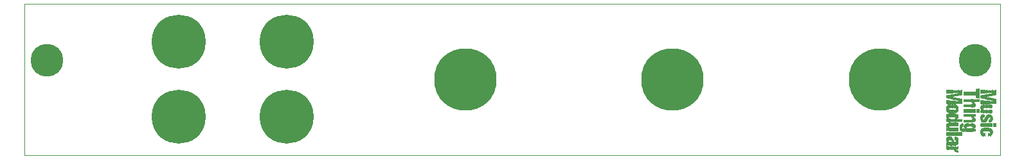
<source format=gts>
G75*
%MOIN*%
%OFA0B0*%
%FSLAX24Y24*%
%IPPOS*%
%LPD*%
%AMOC8*
5,1,8,0,0,1.08239X$1,22.5*
%
%ADD10C,0.0000*%
%ADD11R,0.0010X0.0140*%
%ADD12R,0.0010X0.0010*%
%ADD13R,0.0010X0.0070*%
%ADD14R,0.0010X0.0030*%
%ADD15R,0.0010X0.0210*%
%ADD16R,0.0010X0.0120*%
%ADD17R,0.0010X0.0130*%
%ADD18R,0.0010X0.0170*%
%ADD19R,0.0010X0.0150*%
%ADD20R,0.0010X0.0180*%
%ADD21R,0.0010X0.0260*%
%ADD22R,0.0010X0.0190*%
%ADD23R,0.0010X0.0160*%
%ADD24R,0.0010X0.0290*%
%ADD25R,0.0010X0.0310*%
%ADD26R,0.0010X0.0220*%
%ADD27R,0.0010X0.0230*%
%ADD28R,0.0010X0.0330*%
%ADD29R,0.0010X0.0240*%
%ADD30R,0.0010X0.0250*%
%ADD31R,0.0010X0.0340*%
%ADD32R,0.0010X0.0270*%
%ADD33R,0.0010X0.0350*%
%ADD34R,0.0010X0.0450*%
%ADD35R,0.0010X0.0370*%
%ADD36R,0.0010X0.0420*%
%ADD37R,0.0010X0.0430*%
%ADD38R,0.0010X0.0460*%
%ADD39R,0.0010X0.0390*%
%ADD40R,0.0010X0.0400*%
%ADD41R,0.0010X0.0440*%
%ADD42R,0.0010X0.0200*%
%ADD43R,0.0010X0.0110*%
%ADD44R,0.0010X0.0020*%
%ADD45R,0.0010X0.0300*%
%ADD46R,0.0010X0.0410*%
%ADD47R,0.0010X0.0380*%
%ADD48R,0.0010X0.0320*%
%ADD49R,0.0010X0.0360*%
%ADD50R,0.0010X0.0100*%
%ADD51R,0.0010X0.0280*%
%ADD52R,0.0010X0.0090*%
%ADD53R,0.0010X0.0060*%
%ADD54R,0.0010X0.0050*%
%ADD55R,0.0160X0.0010*%
%ADD56R,0.0010X0.0490*%
%ADD57R,0.0010X0.0500*%
%ADD58C,0.1700*%
%ADD59C,0.3235*%
%ADD60C,0.2802*%
D10*
X004060Y005430D02*
X004060Y013304D01*
X054651Y013304D01*
X054651Y005430D01*
X004060Y005430D01*
D11*
X051900Y007445D03*
X051890Y007835D03*
X052310Y008365D03*
X052320Y008365D03*
X052330Y008365D03*
X052350Y008365D03*
X052370Y008355D03*
X052380Y008355D03*
X052390Y008355D03*
X052420Y008345D03*
X052430Y008345D03*
X052450Y008345D03*
X052470Y008335D03*
X052480Y008335D03*
X052490Y008335D03*
X052430Y008565D03*
X052420Y008565D03*
X052410Y008565D03*
X052400Y008565D03*
X052370Y008555D03*
X052360Y008555D03*
X052350Y008555D03*
X052340Y008555D03*
X052310Y008545D03*
X052300Y008545D03*
X052290Y008545D03*
X052440Y008575D03*
X052450Y008575D03*
X052460Y008575D03*
X052470Y008575D03*
X054030Y008535D03*
X054050Y008545D03*
X054070Y008545D03*
X054080Y008545D03*
X054110Y008555D03*
X054120Y008555D03*
X054130Y008555D03*
X054150Y008555D03*
X054170Y008565D03*
X054180Y008565D03*
X054190Y008565D03*
X054200Y008565D03*
X054220Y008575D03*
X054230Y008575D03*
X054250Y008575D03*
X054210Y008345D03*
X054200Y008345D03*
X054190Y008345D03*
X054160Y008355D03*
X054150Y008355D03*
X054130Y008355D03*
X054110Y008365D03*
X054090Y008365D03*
X054080Y008365D03*
X054230Y008335D03*
X054250Y008335D03*
X054260Y008335D03*
X054140Y007215D03*
X054130Y007215D03*
X053380Y007265D03*
D12*
X053650Y007370D03*
X054100Y007280D03*
X054100Y007260D03*
X054100Y007240D03*
X054100Y007220D03*
X054100Y007200D03*
X054100Y007180D03*
X054100Y007160D03*
X054100Y007140D03*
X054280Y007280D03*
X054280Y007400D03*
X053660Y007900D03*
X053660Y007920D03*
X054470Y008130D03*
X054470Y008170D03*
X054470Y008210D03*
X054470Y008250D03*
X054470Y008290D03*
X054470Y008330D03*
X053590Y008330D03*
X053590Y008290D03*
X053590Y008250D03*
X053590Y008210D03*
X053590Y008410D03*
X053590Y008450D03*
X053590Y008490D03*
X053590Y008530D03*
X053590Y008570D03*
X053590Y008610D03*
X053590Y008650D03*
X053590Y008690D03*
X053590Y008730D03*
X053590Y008770D03*
X053590Y008810D03*
X053590Y008850D03*
X054470Y008810D03*
X054470Y008770D03*
X054470Y008730D03*
X054470Y008690D03*
X054470Y008650D03*
X054470Y008610D03*
X054470Y008570D03*
X052500Y007940D03*
X051900Y008100D03*
X051900Y008120D03*
X051900Y008140D03*
X051900Y008160D03*
X051900Y008180D03*
X051900Y008200D03*
X051900Y008220D03*
X051900Y008240D03*
X051900Y008260D03*
X051900Y008400D03*
X051900Y008420D03*
X051900Y008440D03*
X051900Y008460D03*
X051900Y008480D03*
X051900Y008500D03*
X051900Y008520D03*
X051900Y008660D03*
X051900Y008680D03*
X051900Y008700D03*
X051900Y008720D03*
X051900Y008740D03*
X051900Y008760D03*
X051900Y008780D03*
X051900Y008800D03*
X051890Y007490D03*
X051900Y007300D03*
X051900Y007280D03*
X051900Y007260D03*
X051900Y007240D03*
X051900Y007220D03*
X051900Y007200D03*
X051900Y007180D03*
X051900Y007160D03*
X051890Y007010D03*
X052500Y007000D03*
X052500Y006980D03*
X052500Y006960D03*
X052500Y007020D03*
X052500Y007040D03*
X052500Y007060D03*
X052500Y007080D03*
X052500Y007100D03*
X052580Y006900D03*
X052580Y006880D03*
X052580Y006860D03*
X052500Y006840D03*
X052500Y006820D03*
X052500Y006800D03*
X052500Y006780D03*
X052500Y006760D03*
X052500Y006740D03*
X052500Y006720D03*
X052500Y006700D03*
X052500Y006680D03*
X051900Y006680D03*
X051900Y006700D03*
X051900Y006720D03*
X051900Y006740D03*
X051900Y006760D03*
X051900Y006780D03*
X051900Y006800D03*
X051900Y006820D03*
X051900Y006600D03*
X051900Y006580D03*
X051900Y006560D03*
X051900Y006540D03*
X051900Y006520D03*
X051900Y006500D03*
X051900Y006480D03*
X051900Y006460D03*
X051900Y006440D03*
X051890Y006230D03*
X051890Y006210D03*
X052010Y006170D03*
X051900Y006080D03*
X051900Y006060D03*
X051900Y006040D03*
X051900Y006020D03*
X051900Y006000D03*
X051900Y005980D03*
X051900Y005960D03*
X051900Y005940D03*
X051900Y005920D03*
X051900Y005860D03*
X051900Y005840D03*
X051900Y005820D03*
X051900Y005800D03*
X051900Y005780D03*
X051900Y005760D03*
X051900Y005740D03*
X051900Y005720D03*
X052330Y005650D03*
X052330Y005630D03*
X052510Y005590D03*
X052500Y005720D03*
X052500Y005740D03*
X052500Y005760D03*
X052500Y005780D03*
X052500Y005800D03*
X052500Y005820D03*
X052500Y005840D03*
X052500Y005860D03*
X052400Y006160D03*
X052320Y006220D03*
X052320Y006240D03*
X052320Y006260D03*
X052320Y006280D03*
X052320Y006300D03*
X052320Y006320D03*
X052320Y006340D03*
X052320Y006360D03*
X052320Y006380D03*
X053650Y006570D03*
X053660Y006560D03*
X053650Y006590D03*
X053650Y006650D03*
X052370Y007370D03*
D13*
X052510Y007440D03*
X051890Y007440D03*
X052810Y006940D03*
D14*
X051890Y006980D03*
X053650Y006620D03*
X051890Y006260D03*
X053650Y007340D03*
X053450Y007680D03*
X053450Y007720D03*
X053450Y007760D03*
X053450Y007800D03*
D15*
X053350Y008040D03*
X053820Y008460D03*
X053830Y008460D03*
X053840Y008460D03*
X052080Y008460D03*
X052060Y008460D03*
X051900Y007840D03*
X052460Y007440D03*
X053350Y007270D03*
X053670Y007350D03*
X054060Y007440D03*
X054270Y007340D03*
X053350Y006930D03*
X052850Y006930D03*
X052690Y006770D03*
X051930Y006970D03*
X052010Y006290D03*
X051920Y006240D03*
X052020Y006040D03*
X052030Y006030D03*
X052280Y006040D03*
X052290Y006030D03*
X052400Y006040D03*
X052180Y006240D03*
X052330Y005770D03*
D16*
X052440Y005635D03*
X052450Y005635D03*
X051900Y006975D03*
X052200Y008385D03*
X052220Y008385D03*
X052230Y008385D03*
X052280Y008375D03*
X052240Y008535D03*
X052220Y008535D03*
X052200Y008525D03*
X053960Y008525D03*
X053970Y008525D03*
X053980Y008525D03*
X054000Y008535D03*
X054020Y008535D03*
X053990Y008385D03*
X053980Y008385D03*
X054040Y008375D03*
X054060Y008375D03*
D17*
X054070Y008370D03*
X054050Y008370D03*
X054030Y008380D03*
X054020Y008380D03*
X054010Y008380D03*
X054000Y008380D03*
X053970Y008390D03*
X054100Y008360D03*
X054120Y008360D03*
X054140Y008360D03*
X054170Y008350D03*
X054180Y008350D03*
X054220Y008340D03*
X054240Y008340D03*
X054270Y008330D03*
X054280Y008330D03*
X054010Y008530D03*
X053990Y008530D03*
X054040Y008540D03*
X054060Y008540D03*
X054090Y008550D03*
X054100Y008550D03*
X054140Y008560D03*
X054160Y008560D03*
X054210Y008570D03*
X054240Y008580D03*
X054260Y008580D03*
X053380Y008040D03*
X053670Y007910D03*
X052510Y008330D03*
X052500Y008330D03*
X052460Y008340D03*
X052440Y008340D03*
X052410Y008350D03*
X052400Y008350D03*
X052360Y008360D03*
X052340Y008360D03*
X052300Y008370D03*
X052290Y008370D03*
X052270Y008370D03*
X052260Y008380D03*
X052250Y008380D03*
X052240Y008380D03*
X052210Y008390D03*
X052190Y008390D03*
X052180Y008520D03*
X052190Y008530D03*
X052210Y008530D03*
X052230Y008530D03*
X052250Y008530D03*
X052260Y008540D03*
X052270Y008540D03*
X052280Y008540D03*
X052320Y008550D03*
X052330Y008550D03*
X052380Y008560D03*
X052480Y008580D03*
X052500Y008580D03*
X052500Y007440D03*
X052820Y006940D03*
X053380Y006940D03*
X054280Y006620D03*
X051900Y006240D03*
X052420Y005640D03*
X052430Y005640D03*
D18*
X052300Y005780D03*
X052290Y005780D03*
X052280Y005780D03*
X052250Y005790D03*
X052190Y005790D03*
X052170Y005790D03*
X052110Y005790D03*
X052090Y005790D03*
X052030Y005790D03*
X052010Y005790D03*
X051950Y005790D03*
X051930Y005790D03*
X051920Y006000D03*
X051910Y006000D03*
X052080Y006020D03*
X052100Y006020D03*
X052120Y006020D03*
X052140Y006020D03*
X052160Y006020D03*
X052180Y006020D03*
X052320Y006020D03*
X052340Y006020D03*
X052350Y006020D03*
X052360Y006020D03*
X052510Y006150D03*
X052370Y006290D03*
X052340Y006300D03*
X052130Y006300D03*
X052120Y006300D03*
X052110Y006310D03*
X052090Y006310D03*
X052060Y006320D03*
X052050Y006310D03*
X052060Y006520D03*
X052070Y006520D03*
X052080Y006520D03*
X052090Y006520D03*
X052100Y006520D03*
X052110Y006520D03*
X052120Y006520D03*
X052140Y006520D03*
X052150Y006520D03*
X052160Y006520D03*
X052170Y006520D03*
X052180Y006520D03*
X052190Y006520D03*
X052200Y006520D03*
X052220Y006520D03*
X052230Y006520D03*
X052240Y006520D03*
X052250Y006520D03*
X052260Y006520D03*
X052270Y006520D03*
X052280Y006520D03*
X052300Y006520D03*
X052310Y006520D03*
X052320Y006520D03*
X052330Y006520D03*
X052340Y006520D03*
X052350Y006520D03*
X052360Y006520D03*
X052380Y006520D03*
X052390Y006520D03*
X052400Y006520D03*
X052410Y006520D03*
X052420Y006520D03*
X052430Y006520D03*
X052440Y006520D03*
X052460Y006520D03*
X052470Y006520D03*
X052480Y006520D03*
X052490Y006520D03*
X052500Y006520D03*
X052510Y006520D03*
X052520Y006520D03*
X052540Y006520D03*
X052550Y006520D03*
X052560Y006520D03*
X052570Y006520D03*
X052580Y006520D03*
X052590Y006520D03*
X052600Y006520D03*
X052620Y006520D03*
X052630Y006520D03*
X052640Y006520D03*
X052650Y006520D03*
X052660Y006520D03*
X052670Y006520D03*
X052680Y006520D03*
X052700Y006520D03*
X052750Y006730D03*
X052770Y006730D03*
X052790Y006730D03*
X052850Y006730D03*
X052970Y006730D03*
X052980Y006730D03*
X052990Y006730D03*
X053000Y006730D03*
X053010Y006730D03*
X053030Y006730D03*
X053050Y006730D03*
X053070Y006730D03*
X053090Y006730D03*
X053110Y006730D03*
X053130Y006730D03*
X053150Y006730D03*
X053170Y006730D03*
X053190Y006730D03*
X053200Y006730D03*
X053210Y006730D03*
X053220Y006730D03*
X053230Y006730D03*
X053370Y006930D03*
X053220Y007000D03*
X053210Y007000D03*
X053200Y007000D03*
X053040Y007000D03*
X053030Y007000D03*
X053020Y007000D03*
X053010Y007000D03*
X053000Y007000D03*
X052990Y007000D03*
X052980Y007000D03*
X052830Y006930D03*
X052720Y007000D03*
X052710Y007000D03*
X052490Y007030D03*
X052470Y007030D03*
X052450Y007030D03*
X052430Y007030D03*
X052410Y007030D03*
X052390Y007030D03*
X052370Y007030D03*
X052350Y007030D03*
X052330Y007030D03*
X052310Y007030D03*
X052290Y007030D03*
X052270Y007030D03*
X052250Y007030D03*
X052230Y007030D03*
X052210Y007030D03*
X052190Y007030D03*
X052170Y007030D03*
X052150Y007030D03*
X052130Y007030D03*
X052110Y007030D03*
X052090Y007030D03*
X052070Y007030D03*
X052050Y007030D03*
X052040Y007020D03*
X051910Y006970D03*
X052060Y006760D03*
X052080Y006760D03*
X052090Y006760D03*
X052100Y006760D03*
X052110Y006760D03*
X052120Y006760D03*
X052130Y006760D03*
X052140Y006760D03*
X052150Y006760D03*
X052160Y006760D03*
X052170Y006760D03*
X052180Y006760D03*
X052190Y006760D03*
X052200Y006760D03*
X052210Y006760D03*
X052220Y006760D03*
X052230Y006760D03*
X052240Y006760D03*
X052250Y006760D03*
X052260Y006760D03*
X052270Y006760D03*
X052280Y006760D03*
X052290Y006760D03*
X052300Y006760D03*
X052310Y006760D03*
X052320Y006760D03*
X052330Y006760D03*
X052340Y006760D03*
X052350Y006760D03*
X052360Y006760D03*
X052370Y006760D03*
X052380Y006760D03*
X052390Y006760D03*
X052400Y006760D03*
X052410Y006760D03*
X052420Y006760D03*
X052430Y006760D03*
X052440Y006760D03*
X052450Y006760D03*
X052460Y006760D03*
X052470Y006760D03*
X052480Y006760D03*
X052490Y006760D03*
X052700Y006740D03*
X052710Y006740D03*
X052040Y006520D03*
X052030Y006520D03*
X052020Y006520D03*
X052010Y006520D03*
X052000Y006520D03*
X051990Y006520D03*
X051980Y006520D03*
X051960Y006520D03*
X051950Y006520D03*
X051940Y006520D03*
X051930Y006520D03*
X051920Y006520D03*
X051910Y006520D03*
X053680Y007000D03*
X053690Y007000D03*
X053700Y007000D03*
X053710Y007000D03*
X053720Y007000D03*
X053740Y007000D03*
X053750Y007000D03*
X053760Y007000D03*
X053770Y007000D03*
X053780Y007000D03*
X053790Y007000D03*
X053800Y007000D03*
X053820Y007000D03*
X053830Y007000D03*
X053840Y007000D03*
X053850Y007000D03*
X053860Y007000D03*
X053870Y007000D03*
X053880Y007000D03*
X053900Y007000D03*
X053910Y007000D03*
X053920Y007000D03*
X053930Y007000D03*
X053940Y007000D03*
X053950Y007000D03*
X053960Y007000D03*
X053980Y007000D03*
X053990Y007000D03*
X054000Y007000D03*
X054010Y007000D03*
X054020Y007000D03*
X054030Y007000D03*
X054040Y007000D03*
X054060Y007000D03*
X054070Y007000D03*
X054080Y007000D03*
X054090Y007000D03*
X054100Y007000D03*
X054110Y007000D03*
X054120Y007000D03*
X054140Y007000D03*
X054150Y007000D03*
X054160Y007000D03*
X054170Y007000D03*
X054180Y007000D03*
X054190Y007000D03*
X054200Y007000D03*
X054220Y007000D03*
X054230Y007000D03*
X054240Y007000D03*
X054250Y007000D03*
X054260Y007000D03*
X054270Y007000D03*
X054340Y007000D03*
X054350Y007000D03*
X054360Y007000D03*
X054380Y007000D03*
X054390Y007000D03*
X054400Y007000D03*
X054410Y007000D03*
X054420Y007000D03*
X054430Y007000D03*
X054440Y007000D03*
X054460Y007000D03*
X054470Y007000D03*
X054150Y006740D03*
X054140Y006740D03*
X054110Y006750D03*
X054090Y006750D03*
X054080Y006760D03*
X054070Y006760D03*
X054060Y006760D03*
X054050Y006760D03*
X054040Y006760D03*
X054030Y006760D03*
X054020Y006760D03*
X054010Y006760D03*
X054000Y006760D03*
X053990Y006760D03*
X053980Y006760D03*
X053970Y006760D03*
X053960Y006760D03*
X053950Y006760D03*
X053940Y006760D03*
X053930Y006760D03*
X053920Y006760D03*
X053910Y006760D03*
X053900Y006760D03*
X053890Y006760D03*
X053880Y006760D03*
X053860Y006760D03*
X053850Y006750D03*
X053830Y006750D03*
X053790Y006740D03*
X053780Y006740D03*
X053780Y006500D03*
X053790Y006500D03*
X053810Y006490D03*
X053830Y006490D03*
X053890Y006490D03*
X054050Y006490D03*
X054070Y006490D03*
X054150Y006500D03*
X054170Y007230D03*
X054180Y007240D03*
X054170Y007450D03*
X054110Y007470D03*
X054090Y007470D03*
X054080Y007460D03*
X053790Y007470D03*
X053770Y007230D03*
X053370Y007270D03*
X053240Y007220D03*
X053230Y007220D03*
X053220Y007220D03*
X053220Y007480D03*
X053210Y007480D03*
X053200Y007480D03*
X053190Y007480D03*
X052490Y007450D03*
X052340Y007500D03*
X052320Y007500D03*
X052290Y007510D03*
X052280Y007510D03*
X052270Y007510D03*
X052250Y007510D03*
X052240Y007510D03*
X052230Y007510D03*
X052220Y007510D03*
X052210Y007510D03*
X052190Y007510D03*
X052170Y007510D03*
X052160Y007510D03*
X052150Y007510D03*
X052140Y007510D03*
X052130Y007510D03*
X052120Y007510D03*
X052110Y007510D03*
X052100Y007510D03*
X052090Y007510D03*
X051910Y007450D03*
X052060Y007240D03*
X052070Y007240D03*
X052080Y007240D03*
X052090Y007240D03*
X052320Y007240D03*
X052330Y007240D03*
X052340Y007240D03*
X052310Y007700D03*
X052300Y007700D03*
X052290Y007700D03*
X052280Y007700D03*
X052270Y007700D03*
X052260Y007700D03*
X052250Y007700D03*
X052240Y007700D03*
X052230Y007700D03*
X052220Y007700D03*
X052210Y007700D03*
X052200Y007700D03*
X052190Y007700D03*
X052180Y007700D03*
X052170Y007700D03*
X052160Y007700D03*
X052150Y007700D03*
X052140Y007700D03*
X052130Y007700D03*
X052120Y007700D03*
X052110Y007700D03*
X052100Y007700D03*
X052050Y007710D03*
X052020Y007720D03*
X052010Y007950D03*
X052020Y007960D03*
X052030Y007960D03*
X052050Y007970D03*
X052070Y007970D03*
X052090Y007970D03*
X052110Y007970D03*
X052150Y007980D03*
X052160Y007980D03*
X052180Y007980D03*
X052190Y007980D03*
X052200Y007980D03*
X052210Y007980D03*
X052220Y007980D03*
X052230Y007980D03*
X052240Y007980D03*
X052290Y007970D03*
X052310Y007970D03*
X052330Y007970D03*
X052370Y007960D03*
X052380Y007960D03*
X052360Y008180D03*
X052350Y008180D03*
X052340Y008180D03*
X052320Y008180D03*
X052310Y008180D03*
X052300Y008180D03*
X052290Y008180D03*
X052280Y008180D03*
X052270Y008180D03*
X052260Y008180D03*
X052240Y008180D03*
X052230Y008180D03*
X052220Y008180D03*
X052210Y008180D03*
X052200Y008180D03*
X052190Y008180D03*
X052180Y008180D03*
X052160Y008180D03*
X052150Y008180D03*
X052140Y008180D03*
X052130Y008180D03*
X052120Y008180D03*
X052110Y008180D03*
X052100Y008180D03*
X052080Y008180D03*
X052070Y008180D03*
X052060Y008180D03*
X052050Y008180D03*
X052040Y008180D03*
X052020Y008180D03*
X052010Y008190D03*
X052000Y008180D03*
X051990Y008180D03*
X051980Y008180D03*
X051970Y008180D03*
X051960Y008180D03*
X051940Y008180D03*
X051930Y008190D03*
X051920Y008180D03*
X051950Y008460D03*
X051960Y008460D03*
X051980Y008460D03*
X051980Y008730D03*
X051990Y008730D03*
X052000Y008730D03*
X052010Y008730D03*
X052020Y008730D03*
X052030Y008730D03*
X052040Y008730D03*
X052050Y008730D03*
X052070Y008730D03*
X052090Y008730D03*
X052110Y008730D03*
X052130Y008730D03*
X052150Y008730D03*
X052210Y008730D03*
X052230Y008730D03*
X051970Y008730D03*
X051960Y008730D03*
X051950Y008730D03*
X051940Y008730D03*
X051930Y008730D03*
X051920Y008730D03*
X051910Y008730D03*
X053190Y008250D03*
X053210Y008250D03*
X053230Y008250D03*
X053680Y008180D03*
X053690Y008190D03*
X053700Y008180D03*
X053720Y008180D03*
X053730Y008180D03*
X053740Y008180D03*
X053750Y008180D03*
X053760Y008180D03*
X053770Y008190D03*
X053780Y008180D03*
X053800Y008180D03*
X053810Y008180D03*
X053820Y008180D03*
X053830Y008180D03*
X053840Y008180D03*
X053860Y008180D03*
X053870Y008180D03*
X053880Y008180D03*
X053890Y008180D03*
X053900Y008180D03*
X053910Y008180D03*
X053920Y008180D03*
X053940Y008180D03*
X053950Y008180D03*
X053960Y008180D03*
X053970Y008180D03*
X053980Y008180D03*
X053990Y008180D03*
X054000Y008180D03*
X054020Y008180D03*
X054030Y008180D03*
X054040Y008180D03*
X054050Y008180D03*
X054060Y008180D03*
X054070Y008180D03*
X054080Y008180D03*
X054100Y008180D03*
X054110Y008180D03*
X054120Y008180D03*
X054130Y007970D03*
X054150Y007970D03*
X054210Y007970D03*
X054230Y007970D03*
X054070Y007970D03*
X054050Y007970D03*
X053990Y007970D03*
X053970Y007970D03*
X053910Y007970D03*
X053890Y007970D03*
X053830Y007970D03*
X053820Y007960D03*
X053810Y007960D03*
X053800Y007960D03*
X053820Y007700D03*
X053840Y007700D03*
X053890Y007690D03*
X053910Y007690D03*
X053970Y007690D03*
X053990Y007690D03*
X054050Y007690D03*
X054070Y007690D03*
X054130Y007690D03*
X054150Y007690D03*
X054210Y007690D03*
X054230Y007690D03*
X053590Y007740D03*
X053580Y007740D03*
X053570Y007740D03*
X053560Y007740D03*
X053550Y007740D03*
X053540Y007740D03*
X053520Y007740D03*
X053510Y007740D03*
X053500Y007740D03*
X053490Y007740D03*
X053480Y007740D03*
X053470Y007740D03*
X053460Y007740D03*
X053380Y007740D03*
X053360Y007740D03*
X053350Y007740D03*
X053340Y007740D03*
X053330Y007740D03*
X053320Y007740D03*
X053310Y007740D03*
X053300Y007740D03*
X053280Y007740D03*
X053270Y007740D03*
X053260Y007740D03*
X053250Y007740D03*
X053240Y007740D03*
X053230Y007740D03*
X053220Y007740D03*
X053200Y007740D03*
X053190Y007740D03*
X053180Y007740D03*
X053170Y007740D03*
X053160Y007740D03*
X053150Y007740D03*
X053140Y007740D03*
X053120Y007740D03*
X053110Y007740D03*
X053100Y007740D03*
X053090Y007740D03*
X053080Y007740D03*
X053070Y007740D03*
X053060Y007740D03*
X053040Y007740D03*
X053030Y007740D03*
X053020Y007740D03*
X053010Y007740D03*
X053000Y007740D03*
X052990Y007740D03*
X052980Y007740D03*
X052960Y007740D03*
X052950Y007740D03*
X052940Y007740D03*
X052930Y007740D03*
X052920Y007740D03*
X052910Y007740D03*
X052900Y007740D03*
X052880Y007740D03*
X052870Y007740D03*
X052860Y007740D03*
X052850Y007740D03*
X052840Y007740D03*
X052830Y007740D03*
X052820Y007740D03*
X052800Y007740D03*
X052790Y007740D03*
X052380Y007720D03*
X052350Y007710D03*
X053210Y007990D03*
X053230Y007990D03*
X053250Y007990D03*
X053720Y008460D03*
X053740Y008460D03*
X053740Y008730D03*
X053750Y008730D03*
X053760Y008730D03*
X053770Y008730D03*
X053780Y008730D03*
X053790Y008730D03*
X053800Y008730D03*
X053810Y008730D03*
X053830Y008730D03*
X053850Y008730D03*
X053870Y008730D03*
X053890Y008730D03*
X053910Y008730D03*
X053970Y008730D03*
X053990Y008730D03*
X053730Y008730D03*
X053720Y008730D03*
X053710Y008730D03*
X053700Y008730D03*
X053690Y008730D03*
X053680Y008730D03*
X053670Y008730D03*
D19*
X054250Y008740D03*
X053710Y008460D03*
X053700Y008460D03*
X053690Y008460D03*
X053680Y008460D03*
X053670Y008460D03*
X054090Y008180D03*
X054170Y008180D03*
X054250Y008180D03*
X053680Y007910D03*
X053680Y007690D03*
X053690Y007690D03*
X053700Y007690D03*
X053710Y007690D03*
X053720Y007690D03*
X053740Y007690D03*
X053810Y007480D03*
X053820Y007480D03*
X053830Y007480D03*
X053840Y007480D03*
X053850Y007480D03*
X053800Y007470D03*
X053780Y007220D03*
X053800Y007210D03*
X053810Y007210D03*
X053820Y007210D03*
X053830Y007210D03*
X053840Y007210D03*
X054110Y007210D03*
X054120Y007210D03*
X054150Y007220D03*
X054160Y007220D03*
X054150Y007470D03*
X054140Y007470D03*
X054130Y007470D03*
X054120Y007470D03*
X053380Y007490D03*
X053370Y007490D03*
X053360Y007490D03*
X053340Y007490D03*
X053320Y007490D03*
X052510Y007840D03*
X052360Y007710D03*
X052040Y007710D03*
X052060Y007970D03*
X052330Y008180D03*
X052410Y008180D03*
X052490Y008180D03*
X051940Y008460D03*
X051930Y008460D03*
X051920Y008460D03*
X051910Y008460D03*
X052390Y008560D03*
X052490Y008580D03*
X052490Y008740D03*
X051960Y007230D03*
X051950Y007230D03*
X051940Y007230D03*
X051930Y007230D03*
X051920Y007230D03*
X051910Y007230D03*
X051910Y006750D03*
X051920Y006750D03*
X051940Y006750D03*
X051960Y006750D03*
X052740Y006730D03*
X053330Y006720D03*
X053340Y006720D03*
X053350Y006720D03*
X053360Y006720D03*
X053370Y006720D03*
X053380Y006720D03*
X053840Y006490D03*
X054060Y006490D03*
X054080Y006490D03*
X054100Y006490D03*
X052100Y006310D03*
X052420Y005790D03*
X052440Y005790D03*
X052450Y005790D03*
X052460Y005790D03*
X052470Y005790D03*
X052480Y005790D03*
D20*
X052310Y005775D03*
X052270Y005785D03*
X052330Y006015D03*
X052370Y006015D03*
X052380Y006025D03*
X052390Y006025D03*
X052170Y006015D03*
X052150Y006015D03*
X052130Y006015D03*
X052110Y006015D03*
X052060Y006025D03*
X052150Y006285D03*
X052070Y006315D03*
X052040Y006315D03*
X052030Y006305D03*
X052380Y006285D03*
X052390Y006285D03*
X052070Y006765D03*
X052050Y006765D03*
X052700Y006995D03*
X052840Y006935D03*
X052940Y006985D03*
X052950Y006985D03*
X052960Y006995D03*
X052970Y006995D03*
X053230Y006995D03*
X053250Y006985D03*
X053240Y006735D03*
X052960Y006735D03*
X053870Y006755D03*
X054160Y006725D03*
X054160Y006515D03*
X053870Y007225D03*
X053770Y007455D03*
X054180Y007445D03*
X053830Y007695D03*
X053260Y007995D03*
X053670Y008185D03*
X053710Y008185D03*
X053790Y008185D03*
X053240Y008245D03*
X053730Y008455D03*
X053750Y008455D03*
X053760Y008455D03*
X053430Y008625D03*
X053420Y008625D03*
X053410Y008625D03*
X053400Y008625D03*
X053390Y008625D03*
X053380Y008625D03*
X053370Y008625D03*
X053360Y008625D03*
X053350Y008625D03*
X053340Y008625D03*
X053330Y008625D03*
X053320Y008625D03*
X053310Y008625D03*
X053300Y008625D03*
X053290Y008625D03*
X053280Y008625D03*
X053270Y008625D03*
X053260Y008625D03*
X053250Y008625D03*
X053240Y008625D03*
X053230Y008625D03*
X053220Y008625D03*
X053210Y008625D03*
X053200Y008625D03*
X053190Y008625D03*
X053180Y008625D03*
X053170Y008625D03*
X053160Y008625D03*
X053150Y008625D03*
X053140Y008625D03*
X053130Y008625D03*
X053120Y008625D03*
X053110Y008625D03*
X053100Y008625D03*
X053090Y008625D03*
X053080Y008625D03*
X053070Y008625D03*
X053060Y008625D03*
X053050Y008625D03*
X053040Y008625D03*
X053030Y008625D03*
X053020Y008625D03*
X053010Y008625D03*
X053000Y008625D03*
X052990Y008625D03*
X052980Y008625D03*
X052970Y008625D03*
X052960Y008625D03*
X052950Y008625D03*
X052940Y008625D03*
X052930Y008625D03*
X052920Y008625D03*
X052910Y008625D03*
X052900Y008625D03*
X052890Y008625D03*
X052880Y008625D03*
X052870Y008625D03*
X052860Y008625D03*
X052850Y008625D03*
X052840Y008625D03*
X052830Y008625D03*
X052820Y008625D03*
X052810Y008625D03*
X052800Y008625D03*
X052790Y008625D03*
X052000Y008455D03*
X051990Y008455D03*
X051970Y008455D03*
X051950Y008185D03*
X051910Y008185D03*
X052030Y008185D03*
X052390Y007945D03*
X052390Y007725D03*
X052370Y007715D03*
X052030Y007715D03*
X052010Y007725D03*
X052050Y007505D03*
X052060Y007505D03*
X052070Y007505D03*
X052080Y007505D03*
X052040Y007495D03*
X052040Y007245D03*
X052050Y007245D03*
X052350Y007245D03*
X052360Y007245D03*
X052480Y007445D03*
X052330Y007505D03*
X052310Y007505D03*
X052300Y007505D03*
X053230Y007475D03*
X053240Y007475D03*
X053250Y007475D03*
X053250Y007225D03*
D21*
X053920Y007275D03*
X052490Y007835D03*
X051910Y007835D03*
X052650Y008235D03*
X052680Y008225D03*
X052690Y008225D03*
X052700Y008225D03*
X052700Y008685D03*
X052690Y008685D03*
X052680Y008685D03*
X052660Y008685D03*
X053950Y008455D03*
X054410Y008235D03*
X054450Y008225D03*
X054460Y008225D03*
X054460Y008685D03*
X054450Y008685D03*
X054440Y008685D03*
X054420Y008685D03*
X053740Y007905D03*
X053730Y007905D03*
D22*
X053690Y007910D03*
X053800Y007710D03*
X053810Y007700D03*
X054070Y007450D03*
X053880Y007230D03*
X053360Y007270D03*
X053260Y007230D03*
X053260Y007470D03*
X052500Y007830D03*
X052350Y007500D03*
X052360Y007490D03*
X052020Y007490D03*
X051920Y007450D03*
X052030Y007020D03*
X051920Y006970D03*
X052040Y006770D03*
X052590Y006880D03*
X052690Y006980D03*
X052950Y006740D03*
X053250Y006740D03*
X053770Y006720D03*
X053770Y006520D03*
X052400Y006270D03*
X052160Y006270D03*
X052020Y006300D03*
X051910Y006240D03*
X052040Y006030D03*
X052050Y006020D03*
X052070Y006020D03*
X052090Y006020D03*
X052300Y006030D03*
X052310Y006020D03*
X052320Y005770D03*
X053360Y008040D03*
X053370Y008040D03*
X053250Y008240D03*
X053770Y008460D03*
X053780Y008460D03*
X052020Y008460D03*
X052010Y008460D03*
D23*
X052790Y008255D03*
X052800Y008255D03*
X052810Y008255D03*
X052820Y008255D03*
X052830Y008255D03*
X052840Y008255D03*
X052850Y008255D03*
X052860Y008255D03*
X052870Y008255D03*
X052880Y008255D03*
X052900Y008255D03*
X052910Y008255D03*
X052920Y008255D03*
X052930Y008255D03*
X052940Y008255D03*
X052950Y008255D03*
X052960Y008255D03*
X052970Y008255D03*
X052980Y008255D03*
X052990Y008255D03*
X053000Y008255D03*
X053010Y008255D03*
X053020Y008255D03*
X053030Y008255D03*
X053040Y008255D03*
X053050Y008255D03*
X053060Y008255D03*
X053070Y008255D03*
X053080Y008255D03*
X053090Y008255D03*
X053100Y008255D03*
X053110Y008255D03*
X053120Y008255D03*
X053130Y008255D03*
X053140Y008255D03*
X053150Y008255D03*
X053160Y008255D03*
X053170Y008255D03*
X053180Y008255D03*
X053200Y008255D03*
X053220Y008255D03*
X053330Y008255D03*
X053340Y008255D03*
X053350Y008255D03*
X053360Y008255D03*
X053370Y008255D03*
X053380Y008255D03*
X053390Y008255D03*
X053400Y008255D03*
X053410Y008255D03*
X053420Y008255D03*
X053430Y008255D03*
X053440Y008255D03*
X053450Y008255D03*
X053460Y008255D03*
X053470Y008255D03*
X053480Y008255D03*
X053490Y008255D03*
X053500Y008255D03*
X053510Y008255D03*
X053520Y008255D03*
X053530Y008255D03*
X053540Y008255D03*
X053550Y008255D03*
X053560Y008255D03*
X053570Y008255D03*
X053580Y008255D03*
X053850Y008185D03*
X053930Y008185D03*
X054010Y008185D03*
X054130Y008175D03*
X054140Y008175D03*
X054150Y008175D03*
X054160Y008175D03*
X054180Y008175D03*
X054190Y008175D03*
X054200Y008175D03*
X054210Y008175D03*
X054220Y008175D03*
X054230Y008175D03*
X054240Y008175D03*
X054260Y008175D03*
X054270Y008175D03*
X054280Y008175D03*
X054270Y007965D03*
X054260Y007965D03*
X054250Y007965D03*
X054240Y007965D03*
X054220Y007965D03*
X054200Y007965D03*
X054190Y007965D03*
X054180Y007965D03*
X054170Y007965D03*
X054160Y007965D03*
X054140Y007965D03*
X054120Y007965D03*
X054110Y007965D03*
X054100Y007965D03*
X054090Y007965D03*
X054080Y007965D03*
X054060Y007965D03*
X054040Y007965D03*
X054030Y007965D03*
X054020Y007965D03*
X054010Y007965D03*
X054000Y007965D03*
X053980Y007965D03*
X053960Y007965D03*
X053950Y007965D03*
X053940Y007965D03*
X053930Y007965D03*
X053920Y007965D03*
X053900Y007965D03*
X053880Y007965D03*
X053870Y007965D03*
X053860Y007965D03*
X053850Y007965D03*
X053840Y007965D03*
X053850Y007695D03*
X053860Y007695D03*
X053870Y007695D03*
X053880Y007695D03*
X053900Y007695D03*
X053920Y007695D03*
X053930Y007695D03*
X053940Y007695D03*
X053950Y007695D03*
X053960Y007695D03*
X053980Y007695D03*
X054000Y007695D03*
X054010Y007695D03*
X054020Y007695D03*
X054030Y007695D03*
X054040Y007695D03*
X054060Y007695D03*
X054080Y007695D03*
X054090Y007695D03*
X054100Y007695D03*
X054110Y007695D03*
X054120Y007695D03*
X054140Y007695D03*
X054160Y007695D03*
X054170Y007695D03*
X054180Y007695D03*
X054190Y007695D03*
X054200Y007695D03*
X054220Y007695D03*
X054240Y007695D03*
X054250Y007695D03*
X054260Y007695D03*
X054270Y007695D03*
X053730Y007685D03*
X053670Y007685D03*
X053530Y007745D03*
X053370Y007745D03*
X053290Y007745D03*
X053210Y007745D03*
X053130Y007745D03*
X053050Y007745D03*
X052970Y007745D03*
X052890Y007745D03*
X052810Y007745D03*
X052810Y007985D03*
X052820Y007985D03*
X052830Y007985D03*
X052840Y007985D03*
X052850Y007985D03*
X052860Y007985D03*
X052870Y007985D03*
X052880Y007985D03*
X052890Y007985D03*
X052900Y007985D03*
X052910Y007985D03*
X052920Y007985D03*
X052930Y007985D03*
X052940Y007985D03*
X052950Y007985D03*
X052960Y007985D03*
X052970Y007985D03*
X052980Y007985D03*
X052990Y007985D03*
X053000Y007985D03*
X053010Y007985D03*
X053020Y007985D03*
X053030Y007985D03*
X053040Y007985D03*
X053050Y007985D03*
X053060Y007985D03*
X053070Y007985D03*
X053080Y007985D03*
X053090Y007985D03*
X053100Y007985D03*
X053110Y007985D03*
X053120Y007985D03*
X053130Y007985D03*
X053140Y007985D03*
X053150Y007985D03*
X053160Y007985D03*
X053170Y007985D03*
X053180Y007985D03*
X053190Y007985D03*
X053200Y007985D03*
X053220Y007985D03*
X053240Y007985D03*
X052800Y007985D03*
X052790Y007985D03*
X052510Y008175D03*
X052500Y008175D03*
X052480Y008175D03*
X052470Y008175D03*
X052460Y008175D03*
X052450Y008175D03*
X052440Y008175D03*
X052430Y008175D03*
X052420Y008175D03*
X052400Y008175D03*
X052390Y008175D03*
X052380Y008175D03*
X052370Y008175D03*
X052250Y008185D03*
X052170Y008185D03*
X052090Y008185D03*
X052100Y007975D03*
X052120Y007975D03*
X052130Y007975D03*
X052140Y007975D03*
X052170Y007975D03*
X052250Y007975D03*
X052260Y007975D03*
X052270Y007975D03*
X052280Y007975D03*
X052300Y007975D03*
X052320Y007975D03*
X052340Y007965D03*
X052350Y007965D03*
X052360Y007965D03*
X052340Y007705D03*
X052330Y007705D03*
X052320Y007705D03*
X052090Y007705D03*
X052080Y007705D03*
X052070Y007705D03*
X052060Y007705D03*
X052040Y007965D03*
X052080Y007975D03*
X052180Y007515D03*
X052200Y007515D03*
X052260Y007515D03*
X052260Y007235D03*
X052270Y007235D03*
X052280Y007235D03*
X052290Y007235D03*
X052300Y007235D03*
X052310Y007235D03*
X052250Y007235D03*
X052240Y007235D03*
X052230Y007235D03*
X052220Y007235D03*
X052210Y007235D03*
X052200Y007235D03*
X052190Y007235D03*
X052180Y007235D03*
X052170Y007235D03*
X052160Y007235D03*
X052150Y007235D03*
X052140Y007235D03*
X052130Y007235D03*
X052120Y007235D03*
X052110Y007235D03*
X052100Y007235D03*
X052100Y007025D03*
X052120Y007025D03*
X052140Y007025D03*
X052160Y007025D03*
X052180Y007025D03*
X052200Y007025D03*
X052220Y007025D03*
X052240Y007025D03*
X052260Y007025D03*
X052280Y007025D03*
X052300Y007025D03*
X052320Y007025D03*
X052340Y007025D03*
X052360Y007025D03*
X052380Y007025D03*
X052400Y007025D03*
X052420Y007025D03*
X052440Y007025D03*
X052460Y007025D03*
X052480Y007025D03*
X052480Y007235D03*
X052490Y007235D03*
X052500Y007235D03*
X052510Y007235D03*
X052520Y007235D03*
X052530Y007235D03*
X052540Y007235D03*
X052550Y007235D03*
X052560Y007235D03*
X052570Y007235D03*
X052580Y007235D03*
X052590Y007235D03*
X052600Y007235D03*
X052610Y007235D03*
X052620Y007235D03*
X052630Y007235D03*
X052640Y007235D03*
X052650Y007235D03*
X052660Y007235D03*
X052670Y007235D03*
X052680Y007235D03*
X052690Y007235D03*
X052700Y007235D03*
X052790Y007215D03*
X052800Y007215D03*
X052810Y007215D03*
X052820Y007215D03*
X052830Y007215D03*
X052840Y007215D03*
X052850Y007215D03*
X052860Y007215D03*
X052870Y007215D03*
X052880Y007215D03*
X052890Y007215D03*
X052900Y007215D03*
X052910Y007215D03*
X052920Y007215D03*
X052930Y007215D03*
X052940Y007215D03*
X052950Y007215D03*
X052960Y007215D03*
X052970Y007215D03*
X052980Y007215D03*
X052990Y007215D03*
X053000Y007215D03*
X053010Y007215D03*
X053020Y007215D03*
X053030Y007215D03*
X053040Y007215D03*
X053050Y007215D03*
X053060Y007215D03*
X053070Y007215D03*
X053080Y007215D03*
X053090Y007215D03*
X053100Y007215D03*
X053110Y007215D03*
X053120Y007215D03*
X053130Y007215D03*
X053140Y007215D03*
X053150Y007215D03*
X053160Y007215D03*
X053170Y007215D03*
X053180Y007215D03*
X053190Y007215D03*
X053200Y007215D03*
X053210Y007215D03*
X053190Y007005D03*
X053180Y007005D03*
X053170Y007005D03*
X053160Y007005D03*
X053150Y007005D03*
X053140Y007005D03*
X053130Y007005D03*
X053120Y007005D03*
X053110Y007005D03*
X053100Y007005D03*
X053090Y007005D03*
X053080Y007005D03*
X053070Y007005D03*
X053060Y007005D03*
X053050Y007005D03*
X053240Y006995D03*
X053180Y006725D03*
X053160Y006725D03*
X053140Y006725D03*
X053120Y006725D03*
X053100Y006725D03*
X053080Y006725D03*
X053060Y006725D03*
X053040Y006725D03*
X053020Y006725D03*
X052860Y006725D03*
X052840Y006725D03*
X052830Y006725D03*
X052820Y006725D03*
X052810Y006725D03*
X052800Y006725D03*
X052780Y006725D03*
X052760Y006725D03*
X052730Y006735D03*
X052720Y006735D03*
X052690Y006525D03*
X052610Y006525D03*
X052530Y006525D03*
X052450Y006525D03*
X052370Y006525D03*
X052290Y006525D03*
X052210Y006525D03*
X052130Y006525D03*
X052050Y006525D03*
X051970Y006525D03*
X051970Y006755D03*
X051950Y006755D03*
X051930Y006755D03*
X052060Y007025D03*
X052080Y007025D03*
X052450Y007235D03*
X052460Y007235D03*
X052470Y007235D03*
X052730Y007005D03*
X052740Y007005D03*
X052750Y007005D03*
X052790Y007485D03*
X052800Y007485D03*
X052810Y007485D03*
X052820Y007485D03*
X052830Y007485D03*
X052840Y007485D03*
X052850Y007485D03*
X052860Y007485D03*
X052870Y007485D03*
X052880Y007485D03*
X052890Y007485D03*
X052900Y007485D03*
X052910Y007485D03*
X052920Y007485D03*
X052930Y007485D03*
X052940Y007485D03*
X052950Y007485D03*
X052960Y007485D03*
X052970Y007485D03*
X052980Y007485D03*
X052990Y007485D03*
X053000Y007485D03*
X053010Y007485D03*
X053020Y007485D03*
X053030Y007485D03*
X053040Y007485D03*
X053050Y007485D03*
X053060Y007485D03*
X053070Y007485D03*
X053080Y007485D03*
X053090Y007485D03*
X053100Y007485D03*
X053110Y007485D03*
X053120Y007485D03*
X053130Y007485D03*
X053140Y007485D03*
X053150Y007485D03*
X053160Y007485D03*
X053170Y007485D03*
X053180Y007485D03*
X053330Y007485D03*
X053350Y007485D03*
X053780Y007465D03*
X053790Y007215D03*
X053850Y007215D03*
X053860Y007215D03*
X054100Y007465D03*
X054160Y007465D03*
X054130Y006995D03*
X054050Y006995D03*
X053970Y006995D03*
X053890Y006995D03*
X053810Y006995D03*
X053730Y006995D03*
X053670Y006995D03*
X053800Y006745D03*
X053810Y006745D03*
X053820Y006745D03*
X053840Y006755D03*
X054100Y006755D03*
X054120Y006745D03*
X054130Y006745D03*
X054130Y006495D03*
X054140Y006495D03*
X054120Y006495D03*
X054110Y006495D03*
X054090Y006485D03*
X053900Y006485D03*
X053880Y006485D03*
X053870Y006485D03*
X053860Y006485D03*
X053850Y006485D03*
X053820Y006495D03*
X053800Y006495D03*
X054210Y006995D03*
X054370Y006995D03*
X054450Y006995D03*
X052360Y006295D03*
X052350Y006295D03*
X052330Y006295D03*
X052140Y006295D03*
X052080Y006315D03*
X051950Y006005D03*
X051940Y006005D03*
X051930Y006005D03*
X051940Y005785D03*
X051960Y005785D03*
X051970Y005785D03*
X051980Y005785D03*
X051990Y005785D03*
X052000Y005785D03*
X052020Y005785D03*
X052040Y005785D03*
X052050Y005785D03*
X052060Y005785D03*
X052070Y005785D03*
X052080Y005785D03*
X052100Y005785D03*
X052120Y005785D03*
X052130Y005785D03*
X052140Y005785D03*
X052150Y005785D03*
X052160Y005785D03*
X052180Y005785D03*
X052200Y005785D03*
X052210Y005785D03*
X052220Y005785D03*
X052230Y005785D03*
X052240Y005785D03*
X052260Y005785D03*
X052430Y005795D03*
X052490Y005795D03*
X051920Y005785D03*
X051910Y005785D03*
X052060Y008735D03*
X052080Y008735D03*
X052100Y008735D03*
X052120Y008735D03*
X052140Y008735D03*
X052160Y008735D03*
X052170Y008735D03*
X052180Y008735D03*
X052190Y008735D03*
X052200Y008735D03*
X052220Y008735D03*
X052240Y008735D03*
X052250Y008735D03*
X052260Y008735D03*
X052270Y008735D03*
X052280Y008735D03*
X052290Y008735D03*
X052300Y008735D03*
X052310Y008735D03*
X052320Y008735D03*
X052330Y008735D03*
X052340Y008735D03*
X052350Y008735D03*
X052360Y008735D03*
X052370Y008735D03*
X052380Y008735D03*
X052390Y008735D03*
X052400Y008735D03*
X052410Y008735D03*
X052420Y008735D03*
X052430Y008735D03*
X052440Y008735D03*
X052450Y008735D03*
X052460Y008735D03*
X052470Y008735D03*
X052480Y008735D03*
X052500Y008735D03*
X053820Y008735D03*
X053840Y008735D03*
X053860Y008735D03*
X053880Y008735D03*
X053900Y008735D03*
X053920Y008735D03*
X053930Y008735D03*
X053940Y008735D03*
X053950Y008735D03*
X053960Y008735D03*
X053980Y008735D03*
X054000Y008735D03*
X054010Y008735D03*
X054020Y008735D03*
X054030Y008735D03*
X054040Y008735D03*
X054050Y008735D03*
X054060Y008735D03*
X054070Y008735D03*
X054080Y008735D03*
X054090Y008735D03*
X054100Y008735D03*
X054110Y008735D03*
X054120Y008735D03*
X054130Y008735D03*
X054140Y008735D03*
X054150Y008735D03*
X054160Y008735D03*
X054170Y008735D03*
X054180Y008735D03*
X054190Y008735D03*
X054200Y008735D03*
X054210Y008735D03*
X054220Y008735D03*
X054230Y008735D03*
X054240Y008735D03*
X054260Y008735D03*
D24*
X054310Y008670D03*
X054330Y008670D03*
X054330Y008250D03*
X054340Y008240D03*
X054350Y008240D03*
X054360Y008240D03*
X054320Y008240D03*
X052590Y008240D03*
X052580Y008240D03*
X052560Y008240D03*
X052540Y008240D03*
X052540Y008670D03*
X052550Y008670D03*
X052530Y008670D03*
X051920Y007840D03*
X053930Y007290D03*
X053940Y007300D03*
X053980Y007340D03*
X054010Y007380D03*
X054240Y007340D03*
X052610Y006870D03*
X054240Y006620D03*
X052490Y006150D03*
X052410Y005730D03*
X052400Y005720D03*
X052390Y005720D03*
X052380Y005720D03*
X052370Y005720D03*
X052360Y005720D03*
X052340Y005720D03*
D25*
X052250Y006080D03*
X052480Y006150D03*
X053970Y007330D03*
X053990Y007360D03*
X053700Y007350D03*
X052470Y007840D03*
X051930Y007840D03*
D26*
X051930Y007445D03*
X052470Y007445D03*
X053790Y007725D03*
X053340Y008045D03*
X053850Y008455D03*
X053860Y008455D03*
X053880Y008455D03*
X052100Y008455D03*
X052090Y008455D03*
X052070Y008455D03*
X053900Y007255D03*
X053260Y006965D03*
X053670Y006625D03*
X054270Y006615D03*
D27*
X053340Y006930D03*
X052860Y006930D03*
X051950Y006970D03*
X051940Y006970D03*
X052020Y007270D03*
X052450Y007440D03*
X053340Y007270D03*
X054050Y007420D03*
X053890Y008460D03*
X053870Y008460D03*
X052120Y008460D03*
X052110Y008460D03*
X051930Y006240D03*
X052010Y006040D03*
X052500Y006150D03*
D28*
X052240Y006100D03*
X054220Y006620D03*
X054230Y006620D03*
X052630Y006870D03*
X054220Y007340D03*
X051940Y007840D03*
D29*
X051940Y007445D03*
X051950Y007445D03*
X053330Y007275D03*
X053680Y007345D03*
X054040Y007415D03*
X053720Y007905D03*
X053710Y007905D03*
X053330Y008045D03*
X053900Y008455D03*
X053910Y008455D03*
X053930Y008455D03*
X052140Y008455D03*
X052130Y008455D03*
D30*
X052150Y008460D03*
X052160Y008460D03*
X052170Y008460D03*
X053920Y008460D03*
X053940Y008460D03*
X051960Y007440D03*
X053320Y007280D03*
X053910Y007270D03*
X054260Y007340D03*
X053330Y006930D03*
X052600Y006880D03*
X051970Y006970D03*
X051960Y006970D03*
X053680Y006620D03*
X054260Y006620D03*
X052270Y006050D03*
X051940Y006240D03*
D31*
X053710Y006625D03*
X053710Y007345D03*
X053720Y007345D03*
X052450Y007835D03*
X052440Y007835D03*
X051950Y007835D03*
D32*
X052620Y008230D03*
X052640Y008230D03*
X052660Y008230D03*
X052670Y008230D03*
X052670Y008680D03*
X052650Y008680D03*
X052640Y008680D03*
X052630Y008680D03*
X052620Y008680D03*
X052610Y008680D03*
X054380Y008680D03*
X054390Y008680D03*
X054400Y008680D03*
X054410Y008680D03*
X054430Y008680D03*
X054430Y008230D03*
X054440Y008230D03*
X054420Y008230D03*
X054400Y008230D03*
X054380Y008230D03*
X054030Y007400D03*
X054020Y007390D03*
X054250Y007340D03*
X054250Y006620D03*
X053690Y006620D03*
X052260Y006070D03*
X051950Y006240D03*
D33*
X052220Y006110D03*
X052230Y006100D03*
X052460Y006150D03*
X053720Y006620D03*
X053730Y006620D03*
X054210Y006620D03*
X052640Y006870D03*
X054210Y007340D03*
X051960Y007840D03*
D34*
X052000Y006160D03*
X051970Y006150D03*
X051960Y006150D03*
D35*
X053740Y006620D03*
X054180Y006620D03*
X054200Y006620D03*
X052650Y006870D03*
X053740Y007340D03*
X054200Y007340D03*
X052430Y007840D03*
X052420Y007840D03*
X051980Y007840D03*
X051970Y007840D03*
D36*
X051970Y007365D03*
X052410Y007365D03*
X053290Y007355D03*
X053300Y007355D03*
X053310Y007355D03*
X053320Y006855D03*
X053300Y006855D03*
X052900Y006855D03*
X052890Y006855D03*
X052880Y006855D03*
X051980Y006885D03*
X052410Y006155D03*
X052420Y006155D03*
X052190Y006135D03*
X053300Y008125D03*
X053310Y008125D03*
X053320Y008125D03*
D37*
X053290Y008120D03*
X053280Y008120D03*
X053270Y008120D03*
X053750Y007820D03*
X053760Y007830D03*
X053770Y007830D03*
X053780Y007830D03*
X053280Y007350D03*
X053270Y007350D03*
X052400Y007370D03*
X052390Y007370D03*
X052380Y007370D03*
X052000Y007370D03*
X051990Y007370D03*
X051980Y007370D03*
X051990Y006890D03*
X052000Y006890D03*
X052010Y006890D03*
X052020Y006890D03*
X052910Y006860D03*
X052920Y006860D03*
X052930Y006860D03*
X053270Y006860D03*
X053280Y006860D03*
X053290Y006860D03*
X053310Y006860D03*
D38*
X051990Y006155D03*
X051980Y006155D03*
D39*
X052200Y006130D03*
X052210Y006120D03*
X052440Y006150D03*
X053750Y006620D03*
X054170Y006620D03*
X052660Y006870D03*
X052410Y007840D03*
X051990Y007840D03*
D40*
X052000Y007835D03*
X052400Y007835D03*
D41*
X052010Y007375D03*
D42*
X052030Y007495D03*
X052030Y007255D03*
X052370Y007255D03*
X052370Y007485D03*
X053360Y006935D03*
X053260Y006745D03*
X052940Y006745D03*
X052030Y006775D03*
X052170Y006265D03*
X053890Y007235D03*
X053700Y007905D03*
X053790Y007945D03*
X053260Y008235D03*
X053790Y008455D03*
X053800Y008455D03*
X053810Y008455D03*
X052050Y008455D03*
X052040Y008455D03*
X052030Y008455D03*
D43*
X052180Y008390D03*
X053960Y008390D03*
X053660Y007350D03*
X053390Y006940D03*
X053660Y006630D03*
X052460Y005630D03*
D44*
X052330Y005595D03*
D45*
X052350Y005725D03*
X053700Y006625D03*
X052620Y006875D03*
X053950Y007305D03*
X053960Y007315D03*
X054000Y007365D03*
X054290Y008245D03*
X054300Y008245D03*
X054310Y008245D03*
X054300Y008665D03*
X054290Y008665D03*
X054280Y008665D03*
X054270Y008665D03*
X052520Y008665D03*
X052510Y008665D03*
X052520Y008245D03*
X052530Y008245D03*
X052550Y008245D03*
D46*
X052440Y007360D03*
X052430Y007360D03*
X052420Y007360D03*
X052670Y006870D03*
X052680Y006870D03*
X052870Y006850D03*
X052430Y006150D03*
D47*
X052450Y006155D03*
X053760Y006615D03*
X054190Y006615D03*
X054190Y007345D03*
X053760Y007345D03*
X053750Y007345D03*
D48*
X054230Y007345D03*
X052460Y007835D03*
D49*
X053730Y007345D03*
X052470Y006155D03*
D50*
X052470Y005625D03*
X053390Y008035D03*
D51*
X052630Y008235D03*
X052610Y008235D03*
X052600Y008235D03*
X052570Y008245D03*
X052570Y008675D03*
X052580Y008675D03*
X052590Y008675D03*
X052600Y008675D03*
X052560Y008675D03*
X054320Y008675D03*
X054340Y008675D03*
X054350Y008675D03*
X054360Y008675D03*
X054370Y008675D03*
X054370Y008235D03*
X054390Y008235D03*
X052480Y007835D03*
X053690Y007345D03*
D52*
X053390Y007270D03*
X054280Y007340D03*
X052480Y005620D03*
D53*
X052490Y005615D03*
D54*
X052500Y005600D03*
D55*
X052890Y008255D03*
D56*
X053440Y008620D03*
X053460Y008620D03*
X053480Y008620D03*
X053500Y008620D03*
X053520Y008620D03*
X053540Y008620D03*
X053560Y008620D03*
X053580Y008620D03*
D57*
X053570Y008615D03*
X053550Y008625D03*
X053530Y008625D03*
X053510Y008615D03*
X053490Y008615D03*
X053470Y008625D03*
X053450Y008625D03*
D58*
X053351Y010351D03*
X005241Y010351D03*
D59*
X026920Y009367D03*
X037670Y009367D03*
X048420Y009367D03*
D60*
X017670Y007417D03*
X012070Y007417D03*
X012070Y011317D03*
X017670Y011317D03*
M02*

</source>
